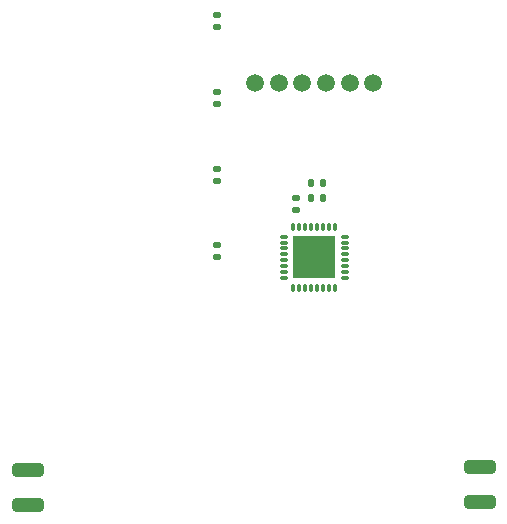
<source format=gbr>
%TF.GenerationSoftware,KiCad,Pcbnew,7.0.7-7.0.7~ubuntu22.04.1*%
%TF.CreationDate,2023-10-06T15:12:17+02:00*%
%TF.ProjectId,ShotClockDisplayPCB,53686f74-436c-46f6-936b-446973706c61,rev?*%
%TF.SameCoordinates,Original*%
%TF.FileFunction,Paste,Top*%
%TF.FilePolarity,Positive*%
%FSLAX46Y46*%
G04 Gerber Fmt 4.6, Leading zero omitted, Abs format (unit mm)*
G04 Created by KiCad (PCBNEW 7.0.7-7.0.7~ubuntu22.04.1) date 2023-10-06 15:12:17*
%MOMM*%
%LPD*%
G01*
G04 APERTURE LIST*
G04 Aperture macros list*
%AMRoundRect*
0 Rectangle with rounded corners*
0 $1 Rounding radius*
0 $2 $3 $4 $5 $6 $7 $8 $9 X,Y pos of 4 corners*
0 Add a 4 corners polygon primitive as box body*
4,1,4,$2,$3,$4,$5,$6,$7,$8,$9,$2,$3,0*
0 Add four circle primitives for the rounded corners*
1,1,$1+$1,$2,$3*
1,1,$1+$1,$4,$5*
1,1,$1+$1,$6,$7*
1,1,$1+$1,$8,$9*
0 Add four rect primitives between the rounded corners*
20,1,$1+$1,$2,$3,$4,$5,0*
20,1,$1+$1,$4,$5,$6,$7,0*
20,1,$1+$1,$6,$7,$8,$9,0*
20,1,$1+$1,$8,$9,$2,$3,0*%
G04 Aperture macros list end*
%ADD10RoundRect,0.135000X0.185000X-0.135000X0.185000X0.135000X-0.185000X0.135000X-0.185000X-0.135000X0*%
%ADD11RoundRect,0.140000X0.140000X0.170000X-0.140000X0.170000X-0.140000X-0.170000X0.140000X-0.170000X0*%
%ADD12O,0.800000X0.280000*%
%ADD13O,0.280000X0.800000*%
%ADD14R,3.600000X3.600000*%
%ADD15RoundRect,0.250000X-1.075000X0.312500X-1.075000X-0.312500X1.075000X-0.312500X1.075000X0.312500X0*%
%ADD16C,1.500000*%
G04 APERTURE END LIST*
D10*
%TO.C,R1*%
X44250000Y-32510000D03*
X44250000Y-31490000D03*
%TD*%
%TO.C,R2*%
X44250000Y-39010000D03*
X44250000Y-37990000D03*
%TD*%
%TO.C,R7*%
X51000000Y-48010000D03*
X51000000Y-46990000D03*
%TD*%
D11*
%TO.C,C1*%
X53230000Y-45750000D03*
X52270000Y-45750000D03*
%TD*%
D12*
%TO.C,U2*%
X49930000Y-50250000D03*
X49930000Y-50750000D03*
X49930000Y-51250000D03*
X49930000Y-51750000D03*
X49930000Y-52250000D03*
X49930000Y-52750000D03*
X49930000Y-53250000D03*
X49930000Y-53750000D03*
D13*
X50750000Y-54570000D03*
X51250000Y-54570000D03*
X51750000Y-54570000D03*
X52250000Y-54570000D03*
X52750000Y-54570000D03*
X53250000Y-54570000D03*
X53750000Y-54570000D03*
X54250000Y-54570000D03*
D12*
X55070000Y-53750000D03*
X55070000Y-53250000D03*
X55070000Y-52750000D03*
X55070000Y-52250000D03*
X55070000Y-51750000D03*
X55070000Y-51250000D03*
X55070000Y-50750000D03*
X55070000Y-50250000D03*
D13*
X54250000Y-49430000D03*
X53750000Y-49430000D03*
X53250000Y-49430000D03*
X52750000Y-49430000D03*
X52250000Y-49430000D03*
X51750000Y-49430000D03*
X51250000Y-49430000D03*
X50750000Y-49430000D03*
D14*
X52500000Y-52000000D03*
%TD*%
D10*
%TO.C,R4*%
X44250000Y-52010000D03*
X44250000Y-50990000D03*
%TD*%
D15*
%TO.C,R6*%
X66500000Y-69787500D03*
X66500000Y-72712500D03*
%TD*%
D16*
%TO.C,U1*%
X57500000Y-37250000D03*
X55500000Y-37250000D03*
X53500000Y-37250000D03*
X51500000Y-37250000D03*
X49500000Y-37250000D03*
X47500000Y-37250000D03*
%TD*%
D11*
%TO.C,C2*%
X53230000Y-47000000D03*
X52270000Y-47000000D03*
%TD*%
D15*
%TO.C,R5*%
X28250000Y-70037500D03*
X28250000Y-72962500D03*
%TD*%
D10*
%TO.C,R3*%
X44250000Y-45510000D03*
X44250000Y-44490000D03*
%TD*%
M02*

</source>
